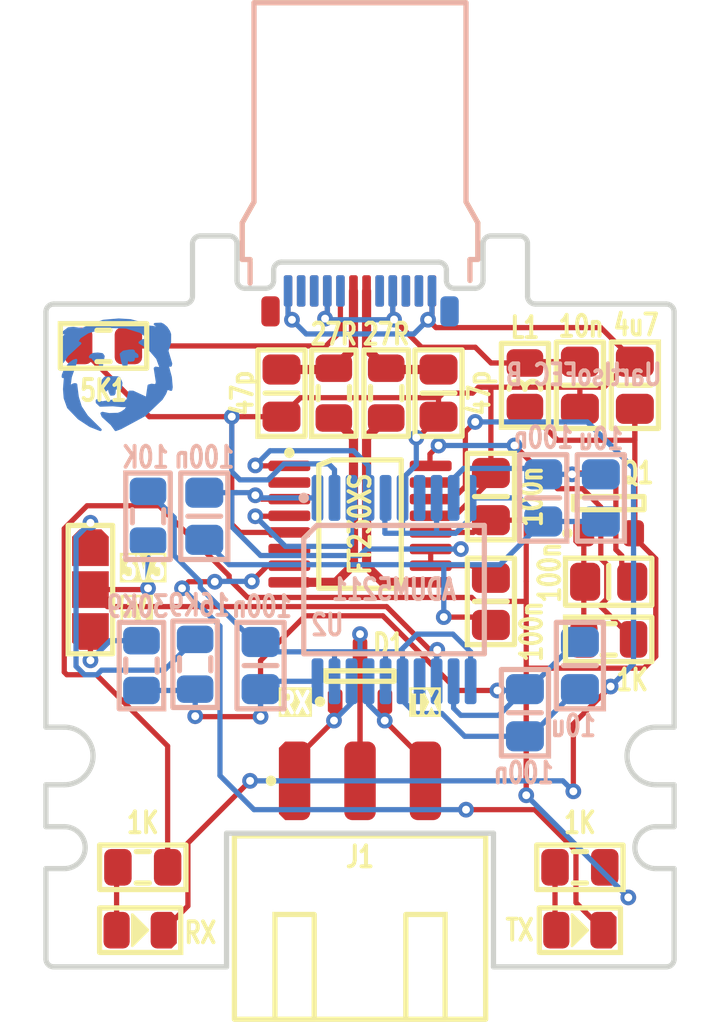
<source format=kicad_pcb>
(kicad_pcb (version 20221018) (generator pcbnew)
  (layers (0 "F.Cu" signal) (31 "B.Cu" jumper) (34 "B.Paste" user) (35 "F.Paste" user) (36 "B.SilkS" user "B.Silkscreen") (37 "F.SilkS" user "F.Silkscreen") (38 "B.Mask" user) (39 "F.Mask" user) (44 "Edge.Cuts" user))
  (net 0 "")
  (net 1 "B_RX")
  (net 2 "B_GND")
  (net 3 "B_TX")
  (net 4 "A_GND")
  (net 5 "A_DP")
  (net 6 "A_DM")
  (net 7 "B_VSEL")
  (net 8 "B_VISO")
  (net 9 "A_5V")
  (net 10 "A_3V3")
  (net 11 "VSEL_5V")
  (net 12 "VSEL_3V3")
  (net 13 "A_Vusb")
  (net 14 "A_DP'")
  (net 15 "A_DM'")
  (net 16 "A_CC")
  (net 17 "A_TXD")
  (net 18 "A_RXD")
  (net 19 "A_LED_RX'")
  (net 20 "A_LED_RX")
  (net 21 "A_LED_TX")
  (net 22 "A_LED_TX'")
  (net 23 "A_5V_SWITCHED")
  (net 24 "PWREN_NEG")
  (net 25 "PWREN_NEG'")
  (footprint "Medo64:R (0805)" (layer "F.Cu") (at 40.4 44.1 180)
    (fp_text reference "R4" hide)
    (fp_text value "1K")
  )
  (footprint "Medo64:C (0805)" (layer "F.Cu") (at 35 26 90)
    (fp_text reference "C2" hide)
    (fp_text value "47p")
  )
  (footprint "Medo64:R (0805)" (layer "F.Cu") (at 33 26 90)
    (fp_text reference "R2" hide)
    (fp_text value "27R")
  )
  (footprint "Medo64:L (0805)" (layer "F.Cu") (at 38.3 25.7 90)
    (fp_text reference "L1")
    (fp_text value "600R" hide)
  )
  (footprint "Medo64:P USB C 3.2 Edge (24w)" (layer "F.Cu") (at 32 22)
    (fp_text reference "P1" hide)
    (fp_text value "105444-0001" hide)
  )
  (footprint "Medo64:C (0805)" (layer "F.Cu") (at 41.5 33.2)
    (fp_text reference "C6" hide)
    (fp_text value "100n")
  )
  (footprint "Medo64:C (0805)" (layer "F.Cu") (at 40.4 25.7 90)
    (fp_text reference "C3" hide)
    (fp_text value "10n")
  )
  (footprint "Medo64:DS (0805)" (layer "F.Cu") (at 40.4 46.5 180)
    (fp_text reference "DS2" hide)
    (fp_text value "TX")
  )
  (footprint "Medo64:C (0805)" (layer "F.Cu") (at 37 33.95 90)
    (fp_text reference "C5" hide)
    (fp_text value "100n")
  )
  (footprint "Medo64:J JST XH Sideway [UART] (3w)" (layer "F.Cu") (at 32 40.8)
    (fp_text reference "J1")
    (fp_text value "B3B-XH-A")
  )
  (footprint "Medo64:C (0805)" (layer "F.Cu") (at 37 29.95 -90)
    (fp_text reference "C4" hide)
    (fp_text value "100n")
  )
  (footprint "Medo64:R (0805)" (layer "F.Cu") (at 22.2 24.2)
    (fp_text reference "R6" hide)
    (fp_text value "5K1")
  )
  (footprint "Medo64:Q MOSFET-P (SOT23-3)" (layer "F.Cu") (at 41.5 30.2)
    (fp_text reference "Q1")
    (fp_text value "DMP3099L-13" hide)
  )
  (footprint "Medo64:R (0805)" (layer "F.Cu") (at 31 26 90)
    (fp_text reference "R1" hide)
    (fp_text value "27R")
  )
  (footprint "Medo64:R (0805)" (layer "F.Cu") (at 41.5 35.4)
    (fp_text reference "R5" hide)
    (fp_text value "1K")
  )
  (footprint "Medo64:C (0805)" (layer "F.Cu") (at 29 26 90)
    (fp_text reference "C1" hide)
    (fp_text value "47p")
  )
  (footprint "Medo64:JP Dual (1205)" (layer "F.Cu") (at 21.7 33.5 90)
    (fp_text reference "JP1" hide)
    (fp_text value "Jumper" hide)
  )
  (footprint "Medo64:DS (0805)" (layer "F.Cu") (at 23.6 46.5 180)
    (fp_text reference "DS1" hide)
    (fp_text value "RX")
  )
  (footprint "Medo64:R (0805)" (layer "F.Cu") (at 23.7 44.1 180)
    (fp_text reference "R3" hide)
    (fp_text value "1K")
  )
  (footprint "Medo64:U Transciever UART FT230XS (SSOP-16)" (layer "F.Cu") (at 32 31)
    (fp_text reference "U1" hide)
    (fp_text value "FT230XS")
  )
  (footprint "Medo64:D TVS SM05T1G (SOT23-3)" (layer "F.Cu") (at 32 36.8)
    (fp_text reference "D1")
    (fp_text value "SM05T1G" hide)
  )
  (footprint "Medo64:C (0805)" (layer "F.Cu") (at 42.5 25.7 -90)
    (fp_text reference "C11" hide)
    (fp_text value "4u7")
  )
  (footprint "Medo64:C (0805)" (layer "B.Cu") (at 39 30 90)
    (fp_text reference "C7" hide)
    (fp_text value "100n")
  )
  (footprint "Medo64:U Isolator+Power ADUM5211ARSZ (SSOP-20)" (layer "B.Cu") (at 33.3 33.5 -90)
    (fp_text reference "U2")
    (fp_text value "ADUM5211")
  )
  (footprint "Medo64:C (0805)" (layer "B.Cu") (at 26.05 30.7 90)
    (fp_text reference "C8" hide)
    (fp_text value "100n")
  )
  (footprint "Medo64:ICON Medo64" (layer "B.Cu") (at 22.7 25.3 180)
    (fp_text reference "ICON" hide)
    (fp_text value "Medo64" hide)
  )
  (footprint "Medo64:R (0805)" (layer "B.Cu") (at 23.9 30.7 -90)
    (fp_text reference "R7" hide)
    (fp_text value "10K")
  )
  (footprint "Medo64:C (0805)" (layer "B.Cu") (at 40.4 36.4 90)
    (fp_text reference "C13" hide)
    (fp_text value "10u")
  )
  (footprint "Medo64:R (0805)" (layer "B.Cu") (at 23.65 36.4 90)
    (fp_text reference "R9" hide)
    (fp_text value "30K9")
  )
  (footprint "Medo64:R (0805)" (layer "B.Cu") (at 25.7 36.35 90)
    (fp_text reference "R8" hide)
    (fp_text value "16K9")
  )
  (footprint "Medo64:C (0805)" (layer "B.Cu") (at 28.2 36.4 -90)
    (fp_text reference "C10" hide)
    (fp_text value "100n")
  )
  (footprint "Medo64:C (0805)" (layer "B.Cu") (at 38.3 38.2 90)
    (fp_text reference "C9" hide)
    (fp_text value "100n")
  )
  (footprint "Medo64:C (0805)" (layer "B.Cu") (at 41.2 30 90)
    (fp_text reference "C12" hide)
    (fp_text value "10u")
  )
  (gr_line locked (start 38.4 20.3) (end 38.4 22.3) (stroke (width 0.2)) (layer "Edge.Cuts"))
  (gr_arc locked (start 25.6 22.3) (mid 25.512132 22.512132) (end 25.3 22.6) (stroke (width 0.2)) (layer "Edge.Cuts"))
  (gr_arc locked (start 43.3 40.95) (mid 42.2 39.85) (end 43.3 38.75) (stroke (width 0.2)) (layer "Edge.Cuts"))
  (gr_line locked (start 37.1 47.9) (end 43.7 47.9) (stroke (width 0.2)) (layer "Edge.Cuts"))
  (gr_line locked (start 20.7 40.95) (end 20 40.95) (stroke (width 0.2)) (layer "Edge.Cuts"))
  (gr_line locked (start 43.3 40.95) (end 44 40.95) (stroke (width 0.2)) (layer "Edge.Cuts"))
  (gr_line locked (start 44 44.15) (end 43.3 44.15) (stroke (width 0.2)) (layer "Edge.Cuts"))
  (gr_arc locked (start 35 21) (mid 35.212132 21.087868) (end 35.3 21.3) (stroke (width 0.2)) (layer "Edge.Cuts"))
  (gr_arc locked (start 28.7 21.3) (mid 28.787868 21.087868) (end 29 21) (stroke (width 0.2)) (layer "Edge.Cuts"))
  (gr_line locked (start 38.1 20) (end 37 20) (stroke (width 0.2)) (layer "Edge.Cuts"))
  (gr_arc locked (start 28.7 21.7) (mid 28.612132 21.912132) (end 28.4 22) (stroke (width 0.2)) (layer "Edge.Cuts"))
  (gr_arc locked (start 27 20) (mid 27.212132 20.087868) (end 27.3 20.3) (stroke (width 0.2)) (layer "Edge.Cuts"))
  (gr_arc locked (start 43.7 22.6) (mid 43.912132 22.687868) (end 44 22.9) (stroke (width 0.2)) (layer "Edge.Cuts"))
  (gr_line locked (start 20 44.15) (end 20 47.6) (stroke (width 0.2)) (layer "Edge.Cuts"))
  (gr_line locked (start 20 38.75) (end 20.7 38.75) (stroke (width 0.2)) (layer "Edge.Cuts"))
  (gr_line locked (start 44 42.55) (end 43.3 42.55) (stroke (width 0.2)) (layer "Edge.Cuts"))
  (gr_arc locked (start 38.7 22.6) (mid 38.487868 22.512132) (end 38.4 22.3) (stroke (width 0.2)) (layer "Edge.Cuts"))
  (gr_line locked (start 44 42.55) (end 44 40.95) (stroke (width 0.2)) (layer "Edge.Cuts"))
  (gr_line locked (start 28.4 22) (end 27.6 22) (stroke (width 0.2)) (layer "Edge.Cuts"))
  (gr_line locked (start 43.7 22.6) (end 38.7 22.6) (stroke (width 0.2)) (layer "Edge.Cuts"))
  (gr_line locked (start 20.3 22.6) (end 25.3 22.6) (stroke (width 0.2)) (layer "Edge.Cuts"))
  (gr_arc locked (start 38.1 20) (mid 38.312132 20.087868) (end 38.4 20.3) (stroke (width 0.2)) (layer "Edge.Cuts"))
  (gr_arc locked (start 35.6 22) (mid 35.387868 21.912132) (end 35.3 21.7) (stroke (width 0.2)) (layer "Edge.Cuts"))
  (gr_line locked (start 35.3 21.7) (end 35.3 21.3) (stroke (width 0.2)) (layer "Edge.Cuts"))
  (gr_line locked (start 27.3 20.3) (end 27.3 21.7) (stroke (width 0.2)) (layer "Edge.Cuts"))
  (gr_arc locked (start 20 22.9) (mid 20.087868 22.687868) (end 20.3 22.6) (stroke (width 0.2)) (layer "Edge.Cuts"))
  (gr_arc locked (start 36.7 20.3) (mid 36.787868 20.087868) (end 37 20) (stroke (width 0.2)) (layer "Edge.Cuts"))
  (gr_arc locked (start 20.7 42.55) (mid 21.5 43.35) (end 20.7 44.15) (stroke (width 0.2)) (layer "Edge.Cuts"))
  (gr_arc locked (start 27.6 22) (mid 27.387868 21.912132) (end 27.3 21.7) (stroke (width 0.2)) (layer "Edge.Cuts"))
  (gr_line locked (start 36.7 20.3) (end 36.7 21.7) (stroke (width 0.2)) (layer "Edge.Cuts"))
  (gr_arc locked (start 44 47.6) (mid 43.912132 47.812132) (end 43.7 47.9) (stroke (width 0.2)) (layer "Edge.Cuts"))
  (gr_line locked (start 36.4 22) (end 35.6 22) (stroke (width 0.2)) (layer "Edge.Cuts"))
  (gr_line locked (start 44 22.9) (end 44 38.75) (stroke (width 0.2)) (layer "Edge.Cuts"))
  (gr_line locked (start 43.3 38.75) (end 44 38.75) (stroke (width 0.2)) (layer "Edge.Cuts"))
  (gr_line locked (start 28.7 21.7) (end 28.7 21.3) (stroke (width 0.2)) (layer "Edge.Cuts"))
  (gr_arc locked (start 20.7 38.75) (mid 21.8 39.85) (end 20.7 40.95) (stroke (width 0.2)) (layer "Edge.Cuts"))
  (gr_arc locked (start 43.3 44.15) (mid 42.5 43.35) (end 43.3 42.55) (stroke (width 0.2)) (layer "Edge.Cuts"))
  (gr_line locked (start 25.9 20) (end 27 20) (stroke (width 0.2)) (layer "Edge.Cuts"))
  (gr_line locked (start 25.6 20.3) (end 25.6 22.3) (stroke (width 0.2)) (layer "Edge.Cuts"))
  (gr_line locked (start 44 44.15) (end 44 47.6) (stroke (width 0.2)) (layer "Edge.Cuts"))
  (gr_line locked (start 20 22.9) (end 20 38.75) (stroke (width 0.2)) (layer "Edge.Cuts"))
  (gr_line locked (start 20.7 44.15) (end 20 44.15) (stroke (width 0.2)) (layer "Edge.Cuts"))
  (gr_line locked (start 37.1 42.8) (end 26.9 42.8) (stroke (width 0.2)) (layer "Edge.Cuts"))
  (gr_arc locked (start 25.6 20.3) (mid 25.687868 20.087868) (end 25.9 20) (stroke (width 0.2)) (layer "Edge.Cuts"))
  (gr_arc locked (start 36.7 21.7) (mid 36.612132 21.912132) (end 36.4 22) (stroke (width 0.2)) (layer "Edge.Cuts"))
  (gr_line locked (start 29 21) (end 35 21) (stroke (width 0.2)) (layer "Edge.Cuts"))
  (gr_line locked (start 26.9 47.9) (end 26.9 42.8) (stroke (width 0.2)) (layer "Edge.Cuts"))
  (gr_line locked (start 20.7 42.55) (end 20 42.55) (stroke (width 0.2)) (layer "Edge.Cuts"))
  (gr_line locked (start 20 42.55) (end 20 40.95) (stroke (width 0.2)) (layer "Edge.Cuts"))
  (gr_line locked (start 20.3 47.9) (end 26.9 47.9) (stroke (width 0.2)) (layer "Edge.Cuts"))
  (gr_line locked (start 37.1 47.9) (end 37.1 42.8) (stroke (width 0.2)) (layer "Edge.Cuts"))
  (gr_arc locked (start 20.3 47.9) (mid 20.087868 47.812132) (end 20 47.6) (stroke (width 0.2)) (layer "Edge.Cuts"))
  (gr_text "UartIsoFEC B" (at 43.6 25.3) (layer "B.SilkS") (effects (font (size 0.8 0.6) (thickness 0.15) bold) (justify left mirror)))
  (gr_text "RX" (at 29.5 38.3) (layer "F.SilkS" knockout) (effects (font (size 0.8 0.6) (thickness 0.15) bold) (justify bottom)))
  (gr_text "TX" (at 34.5 38.3) (layer "F.SilkS" knockout) (effects (font (size 0.8 0.6) (thickness 0.15) bold) (justify bottom)))
  (gr_text "5V" (at 22.8 34.3) (layer "F.SilkS" knockout) (effects (font (size 0.8 0.6) (thickness 0.15) bold) (justify left)))
  (gr_text "3V3" (at 22.8 32.7) (layer "F.SilkS" knockout) (effects (font (size 0.8 0.6) (thickness 0.15) bold) (justify left)))
  (segment (start 31.005404 38.5) (end 29.5 40.005404) (width 0.2) (layer "F.Cu") (net 1))
  (segment (start 31.05 37.775) (end 31.05 38.455404) (width 0.2) (layer "F.Cu") (net 1))
  (segment (start 31.05 38.455404) (end 31.005404 38.5) (width 0.2) (layer "F.Cu") (net 1))
  (via (at 31.005404 38.5) (size 0.6) (drill 0.3) (layers "F.Cu" "B.Cu") (net 1))
  (segment (start 31.005404 38.5) (end 31.675 37.830404) (width 0.2) (layer "B.Cu") (net 1))
  (segment (start 31.675 37.830404) (end 31.675 37.737652) (width 0.2) (layer "B.Cu") (net 1))
  (segment (start 32 40.8) (end 32 35.6) (width 0.2) (layer "F.Cu") (net 2))
  (segment (start 32 35.825) (end 32 40.8) (width 0.2) (layer "F.Cu") (net 2))
  (segment (start 32 35.825) (end 32 35.2) (width 0.2) (layer "F.Cu") (net 2))
  (via (at 32 35.2) (size 0.6) (drill 0.3) (layers "F.Cu" "B.Cu") (net 2))
  (segment (start 23.9 29.75) (end 24.9 30.75) (width 0.2) (layer "B.Cu") (net 2))
  (segment (start 36 39.1) (end 38.3 39.1) (width 0.2) (layer "B.Cu") (net 2))
  (segment (start 25.9 33.427818) (end 27.972182 35.5) (width 0.2) (layer "B.Cu") (net 2))
  (segment (start 35.128813 38.228813) (end 36 39.1) (width 0.2) (layer "B.Cu") (net 2))
  (segment (start 35.55 35.2) (end 36.225 35.875) (width 0.2) (layer "B.Cu") (net 2))
  (segment (start 31 35.875) (end 28.575 35.875) (width 0.2) (layer "B.Cu") (net 2))
  (segment (start 33.5 35.875) (end 34.175 35.2) (width 0.2) (layer "B.Cu") (net 2))
  (segment (start 24.9 32.2) (end 25.9 33.2) (width 0.2) (layer "B.Cu") (net 2))
  (segment (start 34.116161 38.228813) (end 35.128813 38.228813) (width 0.2) (layer "B.Cu") (net 2))
  (segment (start 36.225 35.875) (end 36.225 37) (width 0.2) (layer "B.Cu") (net 2))
  (segment (start 24.9 30.75) (end 24.9 32.2) (width 0.2) (layer "B.Cu") (net 2))
  (segment (start 33.5 35.875) (end 33.625 35.875) (width 0.2) (layer "B.Cu") (net 2))
  (segment (start 32 35.875) (end 32.975 35.875) (width 0.2) (layer "B.Cu") (net 2))
  (segment (start 33.625 37.737652) (end 34.116161 38.228813) (width 0.2) (layer "B.Cu") (net 2))
  (segment (start 34.175 35.2) (end 35.55 35.2) (width 0.2) (layer "B.Cu") (net 2))
  (segment (start 32.975 35.875) (end 33.5 35.875) (width 0.2) (layer "B.Cu") (net 2))
  (segment (start 33.625 35.875) (end 33.625 37) (width 0.2) (layer "B.Cu") (net 2))
  (segment (start 32.975 35.875) (end 32.975 37) (width 0.2) (layer "B.Cu") (net 2))
  (segment (start 40.3 37.3) (end 38.5 39.1) (width 0.2) (layer "B.Cu") (net 2))
  (segment (start 32 35.875) (end 31 35.875) (width 0.2) (layer "B.Cu") (net 2))
  (segment (start 31.025 35.9) (end 31 35.875) (width 0.2) (layer "B.Cu") (net 2))
  (segment (start 31.025 37) (end 31.025 35.9) (width 0.2) (layer "B.Cu") (net 2))
  (segment (start 25.9 33.2) (end 25.9 33.427818) (width 0.2) (layer "B.Cu") (net 2))
  (segment (start 32 35.875) (end 32 35.2) (width 0.2) (layer "B.Cu") (net 2))
  (segment (start 32.95 37.775) (end 32.95 38.493674) (width 0.2) (layer "F.Cu") (net 3))
  (segment (start 32.95 38.493674) (end 32.943674 38.5) (width 0.2) (layer "F.Cu") (net 3))
  (segment (start 34.5 40.056326) (end 32.943674 38.5) (width 0.2) (layer "F.Cu") (net 3))
  (via (at 32.943674 38.5) (size 0.6) (drill 0.3) (layers "F.Cu" "B.Cu") (net 3))
  (segment (start 32.943674 38.5) (end 32.325 37.881326) (width 0.2) (layer "B.Cu") (net 3))
  (segment (start 32.325 37.881326) (end 32.325 37.737652) (width 0.2) (layer "B.Cu") (net 3))
  (segment (start 35.175 26) (end 35 26.175) (width 0.2) (layer "F.Cu") (net 4))
  (segment (start 37 25.775) (end 36.525 25.775) (width 0.2) (layer "F.Cu") (net 4))
  (segment (start 34.2 27.7) (end 34.15 27.7) (width 0.2) (layer "F.Cu") (net 4))
  (segment (start 34.75 22.1) (end 34.75 23.05) (width 0.2) (layer "F.Cu") (net 4))
  (segment (start 27.1 31) (end 27.1 26.9) (width 0.2) (layer "F.Cu") (net 4))
  (segment (start 29.725 26.175) (end 29 26.9) (width 0.2) (layer "F.Cu") (net 4))
  (segment (start 40.4 25.775) (end 37 25.775) (width 0.2) (layer "F.Cu") (net 4))
  (segment (start 34.9 23.5) (end 41.2 23.5) (width 0.2) (layer "F.Cu") (net 4))
  (segment (start 27.1 26.9) (end 29 26.9) (width 0.2) (layer "F.Cu") (net 4))
  (segment (start 35.63236 30.6825) (end 36.95 29.36486) (width 0.2) (layer "F.Cu") (net 4))
  (segment (start 34.75 22.95697) (end 34.75 22.1) (width 0.2) (layer "F.Cu") (net 4))
  (segment (start 37 29.05) (end 37 25.775) (width 0.2) (layer "F.Cu") (net 4))
  (segment (start 40.4 26.6) (end 40.4 25.775) (width 0.2) (layer "F.Cu") (net 4))
  (segment (start 34.7 30.6825) (end 35.63236 30.6825) (width 0.2) (layer "F.Cu") (net 4))
  (segment (start 41.2 23.5) (end 42.5 24.8) (width 0.2) (layer "F.Cu") (net 4))
  (segment (start 23.95 26.9) (end 21.25 24.2) (width 0.2) (layer "F.Cu") (net 4))
  (segment (start 29.25 23.05) (end 29.4 23.2) (width 0.2) (layer "F.Cu") (net 4))
  (segment (start 35 26.9) (end 34.2 27.7) (width 0.2) (layer "F.Cu") (net 4))
  (segment (start 27.4175 31.3175) (end 27.1 31) (width 0.2) (layer "F.Cu") (net 4))
  (segment (start 34.75 23.05) (end 34.6 23.2) (width 0.2) (layer "F.Cu") (net 4))
  (segment (start 40.4 25.775) (end 41.325 25.775) (width 0.2) (layer "F.Cu") (net 4))
  (segment (start 27.1 26.9) (end 23.95 26.9) (width 0.2) (layer "F.Cu") (net 4))
  (segment (start 34.6 23.2) (end 34.9 23.5) (width 0.2) (layer "F.Cu") (net 4))
  (segment (start 29.25 22.1) (end 29.25 23.05) (width 0.2) (layer "F.Cu") (net 4))
  (segment (start 34.50697 23.2) (end 34.75 22.95697) (width 0.2) (layer "F.Cu") (net 4))
  (segment (start 29.3 31.3175) (end 27.4175 31.3175) (width 0.2) (layer "F.Cu") (net 4))
  (segment (start 35 26.175) (end 29.725 26.175) (width 0.2) (layer "F.Cu") (net 4))
  (segment (start 41.325 25.775) (end 42.3 24.8) (width 0.2) (layer "F.Cu") (net 4))
  (segment (start 36.525 25.775) (end 36.3 26) (width 0.2) (layer "F.Cu") (net 4))
  (segment (start 36.7 34.55) (end 35.2 34.55) (width 0.2) (layer "F.Cu") (net 4))
  (segment (start 36.3 26) (end 35.175 26) (width 0.2) (layer "F.Cu") (net 4))
  (segment (start 35 26.175) (end 35 26.9) (width 0.2) (layer "F.Cu") (net 4))
  (via (at 34.15 27.7) (size 0.6) (drill 0.3) (layers "F.Cu" "B.Cu") (net 4))
  (via (at 27.1 26.9) (size 0.6) (drill 0.3) (layers "F.Cu" "B.Cu") (net 4))
  (via (at 29.4 23.2) (size 0.6) (drill 0.3) (layers "F.Cu" "B.Cu") (net 4))
  (via (at 34.6 23.2) (size 0.6) (drill 0.3) (layers "F.Cu" "B.Cu") (net 4))
  (via (at 35.2 34.55) (size 0.6) (drill 0.3) (layers "F.Cu" "B.Cu") (net 4))
  (segment (start 34.95 31.35) (end 35.65 31.35) (width 0.2) (layer "B.Cu") (net 4))
  (segment (start 29.942136 23.742136) (end 34.057864 23.742136) (width 0.2) (layer "B.Cu") (net 4))
  (segment (start 35.2 32.55) (end 37.35 32.55) (width 0.2) (layer "B.Cu") (net 4))
  (segment (start 33.65 31.35) (end 34.95 31.35) (width 0.2) (layer "B.Cu") (net 4))
  (segment (start 39 30.9) (end 38.1 30) (width 0.2) (layer "B.Cu") (net 4))
  (segment (start 29.4 23.2) (end 29.942136 23.742136) (width 0.2) (layer "B.Cu") (net 4))
  (segment (start 38.1 30) (end 36.225 30) (width 0.2) (layer "B.Cu") (net 4))
  (segment (start 28.48932 29.31068) (end 27.41068 29.31068) (width 0.2) (layer "B.Cu") (net 4))
  (segment (start 35.65 31.35) (end 36.225 30.775) (width 0.2) (layer "B.Cu") (net 4))
  (segment (start 34.75 22.1) (end 34.75 23.05) (width 0.2) (layer "B.Cu") (net 4))
  (segment (start 27.1 29) (end 27.1 26.9) (width 0.2) (layer "B.Cu") (net 4))
  (segment (start 35.2 34.55) (end 35.2 32.55) (width 0.2) (layer "B.Cu") (net 4))
  (segment (start 30.8 28.7) (end 29.1 28.7) (width 0.2) (layer "B.Cu") (net 4))
  (segment (start 37.35 32.55) (end 39 30.9) (width 0.2) (layer "B.Cu") (net 4))
  (segment (start 34.15 28.737348) (end 34.15 27.7) (width 0.2) (layer "B.Cu") (net 4))
  (segment (start 26.05 31.6) (end 27 32.55) (width 0.2) (layer "B.Cu") (net 4))
  (segment (start 34.057864 23.742136) (end 34.6 23.2) (width 0.2) (layer "B.Cu") (net 4))
  (segment (start 33.625 30) (end 33.625 31.325) (width 0.2) (layer "B.Cu") (net 4))
  (segment (start 29.25 23.05) (end 29.25 22.1) (width 0.2) (layer "B.Cu") (net 4))
  (segment (start 34.925 31.325) (end 34.95 31.35) (width 0.2) (layer "B.Cu") (net 4))
  (segment (start 29.1 28.7) (end 28.5 29.3) (width 0.2) (layer "B.Cu") (net 4))
  (segment (start 33.625 29.262348) (end 34.15 28.737348) (width 0.2) (layer "B.Cu") (net 4))
  (segment (start 31.025 30) (end 31.025 28.925) (width 0.2) (layer "B.Cu") (net 4))
  (segment (start 27.41068 29.31068) (end 27.1 29) (width 0.2) (layer "B.Cu") (net 4))
  (segment (start 34.925 30) (end 34.925 31.325) (width 0.2) (layer "B.Cu") (net 4))
  (segment (start 32.95 31.35) (end 33.65 31.35) (width 0.2) (layer "B.Cu") (net 4))
  (segment (start 33.625 31.325) (end 33.65 31.35) (width 0.2) (layer "B.Cu") (net 4))
  (segment (start 27 32.55) (end 35.2 32.55) (width 0.2) (layer "B.Cu") (net 4))
  (segment (start 28.5 29.3) (end 28.48932 29.31068) (width 0.2) (layer "B.Cu") (net 4))
  (segment (start 39 30.9) (end 40.91486 30.9) (width 0.2) (layer "B.Cu") (net 4))
  (segment (start 29.4 23.2) (end 29.25 23.05) (width 0.2) (layer "B.Cu") (net 4))
  (segment (start 34.75 23.05) (end 34.6 23.2) (width 0.2) (layer "B.Cu") (net 4))
  (segment (start 31.025 28.925) (end 30.8 28.7) (width 0.2) (layer "B.Cu") (net 4))
  (segment (start 32.95 30.025) (end 32.95 31.35) (width 0.2) (layer "B.Cu") (net 4))
  (segment (start 31.75 22.1) (end 31.75 24.3) (width 0.35) (layer "F.Cu") (net 5))
  (segment (start 29 25.1) (end 30.95 25.1) (width 0.35) (layer "F.Cu") (net 5))
  (segment (start 31.75 24.3) (end 31 25.05) (width 0.35) (layer "F.Cu") (net 5))
  (segment (start 32.25 22.1) (end 32.25 24.3) (width 0.35) (layer "F.Cu") (net 6))
  (segment (start 32.25 24.3) (end 33 25.05) (width 0.35) (layer "F.Cu") (net 6))
  (segment (start 35 25.1) (end 33.05 25.1) (width 0.35) (layer "F.Cu") (net 6))
  (segment (start 21.7 33.5) (end 22.35 34.15) (width 0.2) (layer "F.Cu") (net 7))
  (segment (start 22.35 34.15) (end 33.017156 34.15) (width 0.2) (layer "F.Cu") (net 7))
  (segment (start 23.9 33.45) (end 23.85 33.5) (width 0.2) (layer "F.Cu") (net 7))
  (segment (start 33.017156 34.15) (end 34.667156 35.8) (width 0.2) (layer "F.Cu") (net 7))
  (segment (start 34.667156 35.8) (end 34.95 35.8) (width 0.2) (layer "F.Cu") (net 7))
  (segment (start 23.85 33.5) (end 21.7 33.5) (width 0.2) (layer "F.Cu") (net 7))
  (via (at 23.9 33.45) (size 0.6) (drill 0.3) (layers "F.Cu" "B.Cu") (net 7))
  (via (at 34.95 35.8) (size 0.6) (drill 0.3) (layers "F.Cu" "B.Cu") (net 7))
  (segment (start 34.925 37) (end 34.925 35.932028) (width 0.2) (layer "B.Cu") (net 7))
  (segment (start 23.9 31.65) (end 23.9 33.45) (width 0.2) (layer "B.Cu") (net 7))
  (segment (start 34.925 35.932028) (end 35.022069 35.834959) (width 0.2) (layer "B.Cu") (net 7))
  (segment (start 32.872182 34.5) (end 35.722182 37.35) (width 0.2) (layer "F.Cu") (net 8))
  (segment (start 25.721013 38.35) (end 28.2 38.35) (width 0.2) (layer "F.Cu") (net 8))
  (segment (start 28.2 36.207107) (end 29.907107 34.5) (width 0.2) (layer "F.Cu") (net 8))
  (segment (start 35.722182 37.35) (end 37.25 37.35) (width 0.2) (layer "F.Cu") (net 8))
  (segment (start 25.703081 38.332068) (end 25.721013 38.35) (width 0.2) (layer "F.Cu") (net 8))
  (segment (start 28.2 38.35) (end 28.2 36.207107) (width 0.2) (layer "F.Cu") (net 8))
  (segment (start 29.907107 34.5) (end 32.872182 34.5) (width 0.2) (layer "F.Cu") (net 8))
  (via (at 37.25 37.35) (size 0.6) (drill 0.3) (layers "F.Cu" "B.Cu") (net 8))
  (via (at 25.703081 38.332068) (size 0.6) (drill 0.3) (layers "F.Cu" "B.Cu") (net 8))
  (via (at 28.2 38.35) (size 0.6) (drill 0.3) (layers "F.Cu" "B.Cu") (net 8))
  (segment (start 35.575 38.025) (end 35.85 38.3) (width 0.2) (layer "B.Cu") (net 8))
  (segment (start 37.25 37.35) (end 38.25 37.35) (width 0.2) (layer "B.Cu") (net 8))
  (segment (start 38.45 37.3) (end 39.875 35.875) (width 0.2) (layer "B.Cu") (net 8))
  (segment (start 35.85 38.3) (end 37.3 38.3) (width 0.2) (layer "B.Cu") (net 8))
  (segment (start 37.3 38.3) (end 38.3 37.3) (width 0.2) (layer "B.Cu") (net 8))
  (segment (start 23.65 37.35) (end 25.65 37.35) (width 0.2) (layer "B.Cu") (net 8))
  (segment (start 35.575 37) (end 35.575 38.025) (width 0.2) (layer "B.Cu") (net 8))
  (segment (start 30.375 37) (end 28.5 37) (width 0.2) (layer "B.Cu") (net 8))
  (segment (start 28.2 37.3) (end 28.2 38.35) (width 0.2) (layer "B.Cu") (net 8))
  (segment (start 25.703081 37.303081) (end 25.703081 38.332068) (width 0.2) (layer "B.Cu") (net 8))
  (segment (start 21.572182 30.3) (end 24.327818 30.3) (width 0.2) (layer "F.Cu") (net 9))
  (segment (start 39.55 27.8) (end 42.5 27.8) (width 0.2) (layer "F.Cu") (net 9))
  (segment (start 42.5 31.3) (end 42.5 26.6) (width 0.2) (layer "F.Cu") (net 9))
  (segment (start 43.3 32.325) (end 43.3 36.05) (width 0.2) (layer "F.Cu") (net 9))
  (segment (start 21.927818 36.75) (end 20.8 36.75) (width 0.2) (layer "F.Cu") (net 9))
  (segment (start 38.35 34.1) (end 38.35 33.18514) (width 0.2) (layer "F.Cu") (net 9))
  (segment (start 36.26486 33.8) (end 36.41486 33.95) (width 0.2) (layer "F.Cu") (net 9))
  (segment (start 24.65 39.472182) (end 21.927818 36.75) (width 0.2) (layer "F.Cu") (net 9))
  (segment (start 27.7 33.8) (end 36.26486 33.8) (width 0.2) (layer "F.Cu") (net 9))
  (segment (start 36.3325 31.3175) (end 36.95 30.7) (width 0.2) (layer "F.Cu") (net 9))
  (segment (start 41.35 44.350004) (end 42.25 45.250004) (width 0.2) (layer "F.Cu") (net 9))
  (segment (start 20.7 36.65) (end 20.7 31.172182) (width 0.2) (layer "F.Cu") (net 9))
  (segment (start 34.7 31.3175) (end 36.3325 31.3175) (width 0.2) (layer "F.Cu") (net 9))
  (segment (start 24.327818 30.3) (end 27 32.972182) (width 0.2) (layer "F.Cu") (net 9))
  (segment (start 38.35 36.55) (end 38.35 34.1) (width 0.2) (layer "F.Cu") (net 9))
  (segment (start 38.35 41.35) (end 38.35 36.55) (width 0.2) (layer "F.Cu") (net 9))
  (segment (start 38.4 36.5) (end 38.35 36.55) (width 0.2) (layer "F.Cu") (net 9))
  (segment (start 38.3 26.55) (end 39.55 27.8) (width 0.2) (layer "F.Cu") (net 9))
  (segment (start 42.5 27.8) (end 42.5 26.6) (width 0.2) (layer "F.Cu") (net 9))
  (segment (start 42.85 36.5) (end 38.4 36.5) (width 0.2) (layer "F.Cu") (net 9))
  (segment (start 37 30.85) (end 38.35 30.85) (width 0.2) (layer "F.Cu") (net 9))
  (segment (start 36.41486 33.95) (end 38.3 33.95) (width 0.2) (layer "F.Cu") (net 9))
  (segment (start 20.7 31.172182) (end 21.572182 30.3) (width 0.2) (layer "F.Cu") (net 9))
  (segment (start 24.65 44.1) (end 24.65 39.472182) (width 0.2) (layer "F.Cu") (net 9))
  (segment (start 20.8 36.75) (end 20.7 36.65) (width 0.2) (layer "F.Cu") (net 9))
  (segment (start 27 32.972182) (end 27 33.1) (width 0.2) (layer "F.Cu") (net 9))
  (segment (start 38.35 33.18514) (end 38.35 30.85) (width 0.2) (layer "F.Cu") (net 9))
  (segment (start 42.45 31.475) (end 43.3 32.325) (width 0.2) (layer "F.Cu") (net 9))
  (segment (start 27 33.1) (end 27.7 33.8) (width 0.2) (layer "F.Cu") (net 9))
  (segment (start 43.3 36.05) (end 42.85 36.5) (width 0.2) (layer "F.Cu") (net 9))
  (segment (start 38.35 37.5) (end 38.4 37.45) (width 0.2) (layer "F.Cu") (net 9))
  (segment (start 38.35 41.35) (end 38.35 37.5) (width 0.2) (layer "F.Cu") (net 9))
  (via (at 42.25 45.250004) (size 0.6) (drill 0.3) (layers "F.Cu" "B.Cu") (net 9))
  (via (at 38.35 41.35) (size 0.6) (drill 0.3) (layers "F.Cu" "B.Cu") (net 9))
  (segment (start 38.35 41.35) (end 42.25 45.25) (width 0.2) (layer "B.Cu") (net 9))
  (segment (start 42.25 45.25) (end 42.25 45.250004) (width 0.2) (layer "B.Cu") (net 9))
  (segment (start 28.2475 30.0475) (end 29.3 30.0475) (width 0.2) (layer "F.Cu") (net 10))
  (segment (start 34.7 31.9525) (end 35.8525 31.9525) (width 0.2) (layer "F.Cu") (net 10))
  (segment (start 28 29.8) (end 28.2475 30.0475) (width 0.2) (layer "F.Cu") (net 10))
  (segment (start 36.2875 32.5875) (end 36.95 33.25) (width 0.2) (layer "F.Cu") (net 10))
  (segment (start 34.7 32.5875) (end 36.2875 32.5875) (width 0.2) (layer "F.Cu") (net 10))
  (segment (start 34.7 32.5875) (end 34.7 31.9525) (width 0.2) (layer "F.Cu") (net 10))
  (via (at 35.8525 31.9525) (size 0.6) (drill 0.3) (layers "F.Cu" "B.Cu") (net 10))
  (via (at 28 29.9) (size 0.6) (drill 0.3) (layers "F.Cu" "B.Cu") (net 10))
  (segment (start 27.3 29.8) (end 26 29.8) (width 0.2) (layer "B.Cu") (net 10))
  (segment (start 28.2 32.2) (end 27.1 31.1) (width 0.2) (layer "B.Cu") (net 10))
  (segment (start 32 32.2) (end 28.2 32.2) (width 0.2) (layer "B.Cu") (net 10))
  (segment (start 35.8525 31.9525) (end 32.2475 31.9525) (width 0.2) (layer "B.Cu") (net 10))
  (segment (start 32.2475 31.9525) (end 32 32.2) (width 0.2) (layer "B.Cu") (net 10))
  (segment (start 28.1 30) (end 30.375 30) (width 0.2) (layer "B.Cu") (net 10))
  (segment (start 27.1 31.1) (end 27.1 29.8) (width 0.2) (layer "B.Cu") (net 10))
  (segment (start 27.1 29.8) (end 28 29.8) (width 0.2) (layer "B.Cu") (net 10))
  (segment (start 28 29.9) (end 28.1 30) (width 0.2) (layer "B.Cu") (net 10))
  (segment (start 21.7 36.2) (end 21.7 35.1) (width 0.2) (layer "F.Cu") (net 11))
  (via (at 21.7 36.2) (size 0.6) (drill 0.3) (layers "F.Cu" "B.Cu") (net 11))
  (segment (start 22.45 35.45) (end 21.7 36.2) (width 0.2) (layer "B.Cu") (net 11))
  (segment (start 23.65 35.45) (end 22.45 35.45) (width 0.2) (layer "B.Cu") (net 11))
  (segment (start 21.7 31.9) (end 21.7 30.95) (width 0.2) (layer "F.Cu") (net 12))
  (via (at 21.7 30.95) (size 0.6) (drill 0.3) (layers "F.Cu" "B.Cu") (net 12))
  (segment (start 21.95 36.75) (end 21.472182 36.75) (width 0.2) (layer "B.Cu") (net 12))
  (segment (start 22.125 36.575) (end 21.95 36.75) (width 0.2) (layer "B.Cu") (net 12))
  (segment (start 21.15 31.5) (end 21.7 30.95) (width 0.2) (layer "B.Cu") (net 12))
  (segment (start 21.15 36.427818) (end 21.15 31.5) (width 0.2) (layer "B.Cu") (net 12))
  (segment (start 21.472182 36.75) (end 21.15 36.427818) (width 0.2) (layer "B.Cu") (net 12))
  (segment (start 24.525 36.575) (end 22.125 36.575) (width 0.2) (layer "B.Cu") (net 12))
  (segment (start 25.7 35.4) (end 24.525 36.575) (width 0.2) (layer "B.Cu") (net 12))
  (segment (start 36.405026 24.25) (end 37.005026 24.85) (width 0.2) (layer "F.Cu") (net 13))
  (segment (start 37.005026 24.85) (end 38.3 24.85) (width 0.2) (layer "F.Cu") (net 13))
  (segment (start 34.35 24.25) (end 36.405026 24.25) (width 0.2) (layer "F.Cu") (net 13))
  (segment (start 30.75 22.1) (end 30.75 23.072182) (width 0.2) (layer "F.Cu") (net 13))
  (segment (start 40.4 24.8) (end 38.35 24.8) (width 0.2) (layer "F.Cu") (net 13))
  (segment (start 30.75 23.072182) (end 30.665023 23.157159) (width 0.2) (layer "F.Cu") (net 13))
  (segment (start 33.25 22.1) (end 33.25 23.15) (width 0.2) (layer "F.Cu") (net 13))
  (segment (start 33.25 23.15) (end 34.35 24.25) (width 0.2) (layer "F.Cu") (net 13))
  (via (at 30.665023 23.157159) (size 0.6) (drill 0.3) (layers "F.Cu" "B.Cu") (net 13))
  (via (at 33.3 23.192136) (size 0.6) (drill 0.3) (layers "F.Cu" "B.Cu") (net 13))
  (segment (start 33.3 23.192136) (end 33.292136 23.2) (width 0.2) (layer "B.Cu") (net 13))
  (segment (start 30.75 23.072182) (end 30.665023 23.157159) (width 0.2) (layer "B.Cu") (net 13))
  (segment (start 30.75 22.1) (end 30.75 23.072182) (width 0.2) (layer "B.Cu") (net 13))
  (segment (start 33.25 22.1) (end 33.25 23.05) (width 0.2) (layer "B.Cu") (net 13))
  (segment (start 33.25 23.05) (end 33.3 23.1) (width 0.2) (layer "B.Cu") (net 13))
  (segment (start 33.292136 23.2) (end 30.707864 23.2) (width 0.2) (layer "B.Cu") (net 13))
  (segment (start 30.707864 23.2) (end 30.665023 23.157159) (width 0.2) (layer "B.Cu") (net 13))
  (segment (start 31.75 27.7) (end 31 26.95) (width 0.35) (layer "F.Cu") (net 14))
  (segment (start 31.0775 33.2225) (end 31.75 32.55) (width 0.35) (layer "F.Cu") (net 14))
  (segment (start 29.3 33.2225) (end 31.0775 33.2225) (width 0.35) (layer "F.Cu") (net 14))
  (segment (start 31.75 32.55) (end 31.75 27.7) (width 0.35) (layer "F.Cu") (net 14))
  (segment (start 32.8725 33.2225) (end 32.25 32.6) (width 0.35) (layer "F.Cu") (net 15))
  (segment (start 34.7 33.2225) (end 32.8725 33.2225) (width 0.35) (layer "F.Cu") (net 15))
  (segment (start 32.25 27.7) (end 33 26.95) (width 0.35) (layer "F.Cu") (net 15))
  (segment (start 32.25 32.6) (end 32.25 27.7) (width 0.35) (layer "F.Cu") (net 15))
  (segment (start 31.25 23.65) (end 30.7 24.2) (width 0.2) (layer "F.Cu") (net 16))
  (segment (start 30.7 24.2) (end 23.15 24.2) (width 0.2) (layer "F.Cu") (net 16))
  (segment (start 31.25 22.1) (end 31.25 23.65) (width 0.2) (layer "F.Cu") (net 16))
  (segment (start 28.01682 28.7775) (end 28 28.76068) (width 0.2) (layer "F.Cu") (net 17))
  (segment (start 29.3 28.7775) (end 28.01682 28.7775) (width 0.2) (layer "F.Cu") (net 17))
  (via (at 28 28.76068) (size 0.6) (drill 0.3) (layers "F.Cu" "B.Cu") (net 17))
  (segment (start 32.325 28.775) (end 31.75 28.2) (width 0.2) (layer "B.Cu") (net 17))
  (segment (start 32.325 30) (end 32.325 28.775) (width 0.2) (layer "B.Cu") (net 17))
  (segment (start 28.56068 28.2) (end 28 28.76068) (width 0.2) (layer "B.Cu") (net 17))
  (segment (start 31.75 28.2) (end 28.56068 28.2) (width 0.2) (layer "B.Cu") (net 17))
  (segment (start 28 30.7) (end 29.2825 30.7) (width 0.2) (layer "F.Cu") (net 18))
  (via (at 28 30.7) (size 0.6) (drill 0.3) (layers "F.Cu" "B.Cu") (net 18))
  (segment (start 31.675 30) (end 31.675 31.775) (width 0.2) (layer "B.Cu") (net 18))
  (segment (start 29.15 31.85) (end 28 30.7) (width 0.2) (layer "B.Cu") (net 18))
  (segment (start 31.6 31.85) (end 29.15 31.85) (width 0.2) (layer "B.Cu") (net 18))
  (segment (start 31.675 31.775) (end 31.6 31.85) (width 0.2) (layer "B.Cu") (net 18))
  (segment (start 22.7 46.5) (end 22.7 44.15) (width 0.2) (layer "F.Cu") (net 19))
  (segment (start 25.425 43.175) (end 25.425 45.575) (width 0.2) (layer "F.Cu") (net 20))
  (segment (start 36.025 29.56014) (end 36.025 27.475) (width 0.2) (layer "F.Cu") (net 20))
  (segment (start 36.025 27.475) (end 36.4 27.1) (width 0.2) (layer "F.Cu") (net 20))
  (segment (start 35.53764 30.0475) (end 36.025 29.56014) (width 0.2) (layer "F.Cu") (net 20))
  (segment (start 40.15 38.6245) (end 40.15 41.2) (width 0.2) (layer "F.Cu") (net 20))
  (segment (start 25.425 45.575) (end 24.5 46.5) (width 0.2) (layer "F.Cu") (net 20))
  (segment (start 34.7 30.0475) (end 35.53764 30.0475) (width 0.2) (layer "F.Cu") (net 20))
  (segment (start 41.5745 37.2) (end 40.15 38.6245) (width 0.2) (layer "F.Cu") (net 20))
  (segment (start 27.8 40.8) (end 25.425 43.175) (width 0.2) (layer "F.Cu") (net 20))
  (via (at 40.15 41.2) (size 0.6) (drill 0.3) (layers "F.Cu" "B.Cu") (net 20))
  (via (at 41.5745 37.2) (size 0.6) (drill 0.3) (layers "F.Cu" "B.Cu") (net 20))
  (via (at 27.8 40.8) (size 0.6) (drill 0.3) (layers "F.Cu" "B.Cu") (net 20))
  (via (at 36.4 27.1) (size 0.6) (drill 0.3) (layers "F.Cu" "B.Cu") (net 20))
  (segment (start 40.15 41.2) (end 39.75 40.8) (width 0.2) (layer "B.Cu") (net 20))
  (segment (start 41.5745 37.2) (end 42.45 36.3245) (width 0.2) (layer "B.Cu") (net 20))
  (segment (start 39.75 40.8) (end 27.8 40.8) (width 0.2) (layer "B.Cu") (net 20))
  (segment (start 40.68514 27.1) (end 36.4 27.1) (width 0.2) (layer "B.Cu") (net 20))
  (segment (start 42.45 36.3245) (end 42.45 28.86486) (width 0.2) (layer "B.Cu") (net 20))
  (segment (start 42.45 28.86486) (end 40.68514 27.1) (width 0.2) (layer "B.Cu") (net 20))
  (segment (start 40.25 43.475216) (end 38.674784 41.9) (width 0.2) (layer "F.Cu") (net 21))
  (segment (start 40.25 45.45) (end 40.25 43.475216) (width 0.2) (layer "F.Cu") (net 21))
  (segment (start 38.674784 41.9) (end 36.05 41.9) (width 0.2) (layer "F.Cu") (net 21))
  (segment (start 25.45 33.2) (end 25.2 33.45) (width 0.2) (layer "F.Cu") (net 21))
  (segment (start 41.3 46.5) (end 40.25 45.45) (width 0.2) (layer "F.Cu") (net 21))
  (segment (start 28.4625 32.5875) (end 27.863909 33.186091) (width 0.2) (layer "F.Cu") (net 21))
  (segment (start 29.3 32.5875) (end 28.4625 32.5875) (width 0.2) (layer "F.Cu") (net 21))
  (segment (start 26.45 33.2) (end 25.45 33.2) (width 0.2) (layer "F.Cu") (net 21))
  (via (at 36.05 41.9) (size 0.6) (drill 0.3) (layers "F.Cu" "B.Cu") (net 21))
  (via (at 27.863909 33.186091) (size 0.6) (drill 0.3) (layers "F.Cu" "B.Cu") (net 21))
  (via (at 25.2 33.45) (size 0.6) (drill 0.3) (layers "F.Cu" "B.Cu") (net 21))
  (via (at 26.45 33.2) (size 0.6) (drill 0.3) (layers "F.Cu" "B.Cu") (net 21))
  (segment (start 26.65 34.9) (end 25.2 33.45) (width 0.2) (layer "B.Cu") (net 21))
  (segment (start 26.463909 33.186091) (end 26.45 33.2) (width 0.2) (layer "B.Cu") (net 21))
  (segment (start 27.95 41.9) (end 26.65 40.6) (width 0.2) (layer "B.Cu") (net 21))
  (segment (start 26.65 40.6) (end 26.65 34.9) (width 0.2) (layer "B.Cu") (net 21))
  (segment (start 27.863909 33.186091) (end 26.463909 33.186091) (width 0.2) (layer "B.Cu") (net 21))
  (segment (start 36.05 41.9) (end 27.95 41.9) (width 0.2) (layer "B.Cu") (net 21))
  (segment (start 39.45 44.1) (end 39.45 46.45) (width 0.2) (layer "F.Cu") (net 22))
  (segment (start 41.5 29.05) (end 40.15 29.05) (width 0.2) (layer "F.Cu") (net 23))
  (segment (start 41.775 29.325) (end 41.775 31.975) (width 0.2) (layer "F.Cu") (net 23))
  (segment (start 40.15 29.05) (end 40.1 29.1) (width 0.2) (layer "F.Cu") (net 23))
  (segment (start 42 32.2) (end 42 32.8) (width 0.2) (layer "F.Cu") (net 23))
  (segment (start 41.775 31.975) (end 42 32.2) (width 0.2) (layer "F.Cu") (net 23))
  (via (at 40.1 29.1) (size 0.6) (drill 0.3) (layers "F.Cu" "B.Cu") (net 23))
  (segment (start 40.1 29.1) (end 39 29.1) (width 0.2) (layer "B.Cu") (net 23))
  (segment (start 35.575 29.262348) (end 35.962348 28.875) (width 0.2) (layer "B.Cu") (net 23))
  (segment (start 40.1 29.1) (end 41.2 29.1) (width 0.2) (layer "B.Cu") (net 23))
  (segment (start 35.962348 28.875) (end 38.775 28.875) (width 0.2) (layer "B.Cu") (net 23))
  (segment (start 40.5 29.65) (end 41.2 30.35) (width 0.2) (layer "F.Cu") (net 24))
  (segment (start 41.2 34.15) (end 42.45 35.4) (width 0.2) (layer "F.Cu") (net 24))
  (segment (start 35 28) (end 34.6725 28.3275) (width 0.2) (layer "F.Cu") (net 24))
  (segment (start 34.6725 28.3275) (end 34.6725 28.75) (width 0.2) (layer "F.Cu") (net 24))
  (segment (start 41.425 32.53986) (end 41.425 33.86014) (width 0.2) (layer "F.Cu") (net 24))
  (segment (start 41.425 33.86014) (end 41.2 34.08514) (width 0.2) (layer "F.Cu") (net 24))
  (segment (start 41.2 34.08514) (end 41.2 34.15) (width 0.2) (layer "F.Cu") (net 24))
  (segment (start 41.2 30.35) (end 41.2 32.31486) (width 0.2) (layer "F.Cu") (net 24))
  (segment (start 39.55 29.65) (end 40.5 29.65) (width 0.2) (layer "F.Cu") (net 24))
  (segment (start 41.2 32.31486) (end 41.425 32.53986) (width 0.2) (layer "F.Cu") (net 24))
  (segment (start 37.899999 27.999999) (end 39.55 29.65) (width 0.2) (layer "F.Cu") (net 24))
  (via (at 35 28) (size 0.6) (drill 0.3) (layers "F.Cu" "B.Cu") (net 24))
  (via (at 37.899999 27.999999) (size 0.6) (drill 0.3) (layers "F.Cu" "B.Cu") (net 24))
  (segment (start 35 28) (end 37.899998 28) (width 0.2) (layer "B.Cu") (net 24))
  (segment (start 37.899998 28) (end 37.899999 27.999999) (width 0.2) (layer "B.Cu") (net 24))
  (segment (start 40.55 35.4) (end 40.55 33.25) (width 0.2) (layer "F.Cu") (net 25))
  (segment (start 40.55 33.2) (end 40.55 31.35) (width 0.2) (layer "F.Cu") (net 25))
)
</source>
